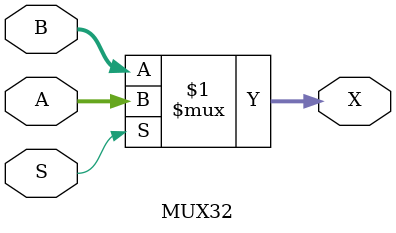
<source format=v>
module MUX32(X, A, B, S);
   parameter WIDTH=32;     // How many bits wide are the lines

   output [WIDTH-1:0] X;   // The output line

   input [WIDTH-1:0]  A;  // Input line with id 1'b1
   input [WIDTH-1:0]  B;  // Input line with id 1'b0
   input 	      S;  // Selection bit
   
	assign X = S ? A : B;
endmodule // multiplexer_2_1

//if S=0; select A
</source>
